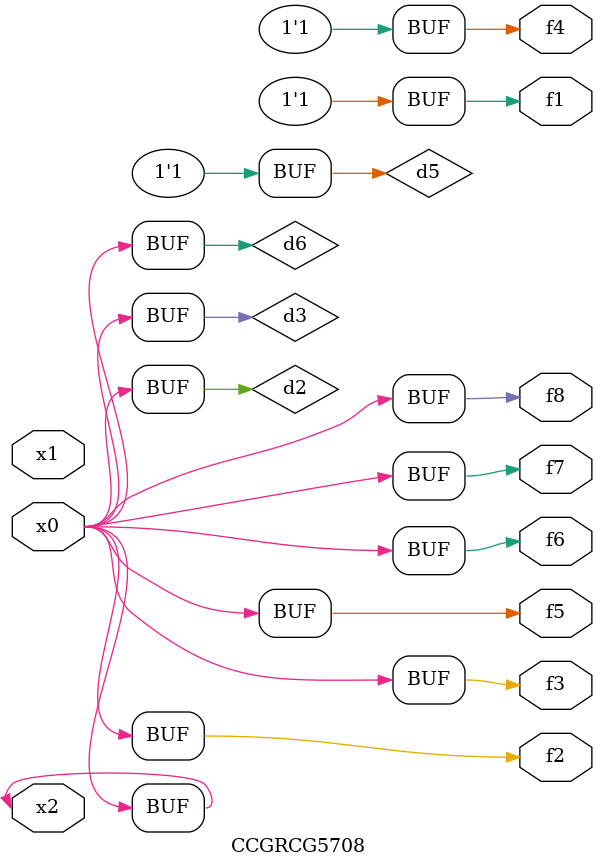
<source format=v>
module CCGRCG5708(
	input x0, x1, x2,
	output f1, f2, f3, f4, f5, f6, f7, f8
);

	wire d1, d2, d3, d4, d5, d6;

	xnor (d1, x2);
	buf (d2, x0, x2);
	and (d3, x0);
	xnor (d4, x1, x2);
	nand (d5, d1, d3);
	buf (d6, d2, d3);
	assign f1 = d5;
	assign f2 = d6;
	assign f3 = d6;
	assign f4 = d5;
	assign f5 = d6;
	assign f6 = d6;
	assign f7 = d6;
	assign f8 = d6;
endmodule

</source>
